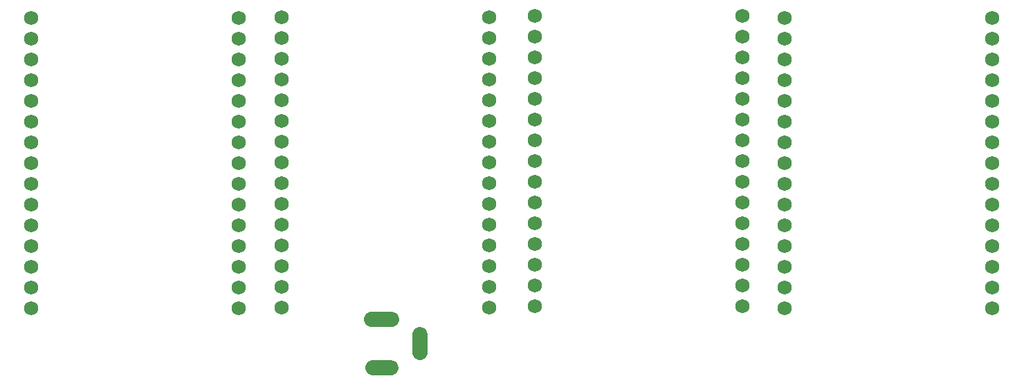
<source format=gbs>
G04 Layer: BottomSolderMaskLayer*
G04 EasyEDA v6.4.19.5, 2021-06-03T21:19:05--4:00*
G04 414059cc890b428caf1b09701b66df98,e10cd4278cfb41548d653a77c6d3a388,10*
G04 Gerber Generator version 0.2*
G04 Scale: 100 percent, Rotated: No, Reflected: No *
G04 Dimensions in millimeters *
G04 leading zeros omitted , absolute positions ,4 integer and 5 decimal *
%FSLAX45Y45*%
%MOMM*%

%ADD15C,1.9016*%
%ADD16C,1.7272*%

%LPD*%
D15*
X4609233Y-4907000D02*
G01*
X4369234Y-4907000D01*
X4379234Y-5506999D02*
G01*
X4599233Y-5506999D01*
X4959565Y-5317025D02*
G01*
X4959565Y-5097025D01*
D16*
G01*
X203200Y-1219200D03*
G01*
X203200Y-1473200D03*
G01*
X203200Y-1727200D03*
G01*
X203200Y-1981200D03*
G01*
X203200Y-2235200D03*
G01*
X203200Y-2489200D03*
G01*
X203200Y-2743200D03*
G01*
X203200Y-2997200D03*
G01*
X203200Y-3251200D03*
G01*
X203200Y-3505200D03*
G01*
X203200Y-3759200D03*
G01*
X203200Y-4013200D03*
G01*
X203200Y-4267200D03*
G01*
X203200Y-4521200D03*
G01*
X203200Y-4775200D03*
G01*
X2743200Y-1219200D03*
G01*
X2743200Y-1473200D03*
G01*
X2743200Y-1727200D03*
G01*
X2743200Y-1981200D03*
G01*
X2743200Y-2235200D03*
G01*
X2743200Y-2489200D03*
G01*
X2743200Y-2743200D03*
G01*
X2743200Y-2997200D03*
G01*
X2743200Y-3251200D03*
G01*
X2743200Y-3505200D03*
G01*
X2743200Y-3759200D03*
G01*
X2743200Y-4013200D03*
G01*
X2743200Y-4267200D03*
G01*
X2743200Y-4521200D03*
G01*
X2743200Y-4775200D03*
G01*
X3263900Y-1206500D03*
G01*
X3263900Y-1460500D03*
G01*
X3263900Y-1714500D03*
G01*
X3263900Y-1968500D03*
G01*
X3263900Y-2222500D03*
G01*
X3263900Y-2476500D03*
G01*
X3263900Y-2730500D03*
G01*
X3263900Y-2984500D03*
G01*
X3263900Y-3238500D03*
G01*
X3263900Y-3492500D03*
G01*
X3263900Y-3746500D03*
G01*
X3263900Y-4000500D03*
G01*
X3263900Y-4254500D03*
G01*
X3263900Y-4508500D03*
G01*
X3263900Y-4762500D03*
G01*
X5803900Y-1206500D03*
G01*
X5803900Y-1460500D03*
G01*
X5803900Y-1714500D03*
G01*
X5803900Y-1968500D03*
G01*
X5803900Y-2222500D03*
G01*
X5803900Y-2476500D03*
G01*
X5803900Y-2730500D03*
G01*
X5803900Y-2984500D03*
G01*
X5803900Y-3238500D03*
G01*
X5803900Y-3492500D03*
G01*
X5803900Y-3746500D03*
G01*
X5803900Y-4000500D03*
G01*
X5803900Y-4254500D03*
G01*
X5803900Y-4508500D03*
G01*
X5803900Y-4762500D03*
G01*
X6362700Y-1193800D03*
G01*
X6362700Y-1447800D03*
G01*
X6362700Y-1701800D03*
G01*
X6362700Y-1955800D03*
G01*
X6362700Y-2209800D03*
G01*
X6362700Y-2463800D03*
G01*
X6362700Y-2717800D03*
G01*
X6362700Y-2971800D03*
G01*
X6362700Y-3225800D03*
G01*
X6362700Y-3479800D03*
G01*
X6362700Y-3733800D03*
G01*
X6362700Y-3987800D03*
G01*
X6362700Y-4241800D03*
G01*
X6362700Y-4495800D03*
G01*
X6362700Y-4749800D03*
G01*
X8902700Y-1193800D03*
G01*
X8902700Y-1447800D03*
G01*
X8902700Y-1701800D03*
G01*
X8902700Y-1955800D03*
G01*
X8902700Y-2209800D03*
G01*
X8902700Y-2463800D03*
G01*
X8902700Y-2717800D03*
G01*
X8902700Y-2971800D03*
G01*
X8902700Y-3225800D03*
G01*
X8902700Y-3479800D03*
G01*
X8902700Y-3733800D03*
G01*
X8902700Y-3987800D03*
G01*
X8902700Y-4241800D03*
G01*
X8902700Y-4495800D03*
G01*
X8902700Y-4749800D03*
G01*
X9423400Y-1219200D03*
G01*
X9423400Y-1473200D03*
G01*
X9423400Y-1727200D03*
G01*
X9423400Y-1981200D03*
G01*
X9423400Y-2235200D03*
G01*
X9423400Y-2489200D03*
G01*
X9423400Y-2743200D03*
G01*
X9423400Y-2997200D03*
G01*
X9423400Y-3251200D03*
G01*
X9423400Y-3505200D03*
G01*
X9423400Y-3759200D03*
G01*
X9423400Y-4013200D03*
G01*
X9423400Y-4267200D03*
G01*
X9423400Y-4521200D03*
G01*
X9423400Y-4775200D03*
G01*
X11963400Y-1219200D03*
G01*
X11963400Y-1473200D03*
G01*
X11963400Y-1727200D03*
G01*
X11963400Y-1981200D03*
G01*
X11963400Y-2235200D03*
G01*
X11963400Y-2489200D03*
G01*
X11963400Y-2743200D03*
G01*
X11963400Y-2997200D03*
G01*
X11963400Y-3251200D03*
G01*
X11963400Y-3505200D03*
G01*
X11963400Y-3759200D03*
G01*
X11963400Y-4013200D03*
G01*
X11963400Y-4267200D03*
G01*
X11963400Y-4521200D03*
G01*
X11963400Y-4775200D03*
M02*

</source>
